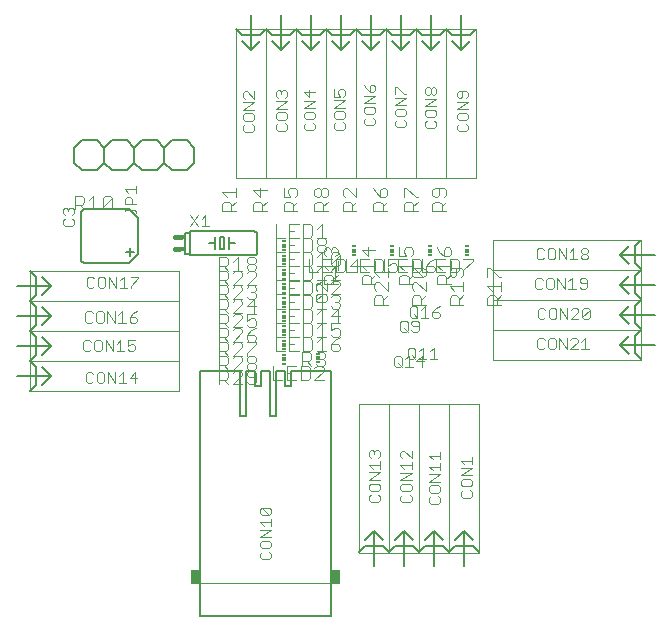
<source format=gbr>
G75*
G70*
%OFA0B0*%
%FSLAX24Y24*%
%IPPOS*%
%LPD*%
%AMOC8*
5,1,8,0,0,1.08239X$1,22.5*
%
%ADD10C,0.0030*%
%ADD11C,0.0039*%
%ADD12C,0.0050*%
%ADD13C,0.0060*%
%ADD14C,0.0040*%
%ADD15C,0.0080*%
%ADD16C,0.0020*%
%ADD17R,0.0350X0.0450*%
%ADD18R,0.0300X0.0450*%
%ADD19R,0.0230X0.0160*%
%ADD20C,0.0160*%
%ADD21R,0.0118X0.0059*%
%ADD22R,0.0118X0.0118*%
D10*
X008361Y002100D02*
X008423Y002038D01*
X008670Y002038D01*
X008732Y002100D01*
X008732Y002224D01*
X008670Y002285D01*
X008670Y002407D02*
X008732Y002468D01*
X008732Y002592D01*
X008670Y002654D01*
X008423Y002654D01*
X008361Y002592D01*
X008361Y002468D01*
X008423Y002407D01*
X008670Y002407D01*
X008423Y002285D02*
X008361Y002224D01*
X008361Y002100D01*
X008361Y002775D02*
X008732Y003022D01*
X008361Y003022D01*
X008485Y003143D02*
X008361Y003267D01*
X008732Y003267D01*
X008732Y003390D02*
X008732Y003143D01*
X008732Y002775D02*
X008361Y002775D01*
X008423Y003512D02*
X008361Y003573D01*
X008361Y003697D01*
X008423Y003758D01*
X008670Y003512D01*
X008732Y003573D01*
X008732Y003697D01*
X008670Y003758D01*
X008423Y003758D01*
X008423Y003512D02*
X008670Y003512D01*
X011985Y004006D02*
X012046Y003944D01*
X012293Y003944D01*
X012355Y004006D01*
X012355Y004129D01*
X012293Y004191D01*
X012293Y004312D02*
X012046Y004312D01*
X011985Y004374D01*
X011985Y004497D01*
X012046Y004559D01*
X012293Y004559D01*
X012355Y004497D01*
X012355Y004374D01*
X012293Y004312D01*
X012046Y004191D02*
X011985Y004129D01*
X011985Y004006D01*
X011985Y004681D02*
X012355Y004927D01*
X011985Y004927D01*
X012108Y005049D02*
X011985Y005172D01*
X012355Y005172D01*
X012355Y005049D02*
X012355Y005296D01*
X012293Y005417D02*
X012355Y005479D01*
X012355Y005602D01*
X012293Y005664D01*
X012231Y005664D01*
X012170Y005602D01*
X012170Y005541D01*
X012170Y005602D02*
X012108Y005664D01*
X012046Y005664D01*
X011985Y005602D01*
X011985Y005479D01*
X012046Y005417D01*
X013040Y005467D02*
X013101Y005405D01*
X013040Y005467D02*
X013040Y005591D01*
X013101Y005652D01*
X013163Y005652D01*
X013410Y005405D01*
X013410Y005652D01*
X013410Y005284D02*
X013410Y005037D01*
X013410Y004916D02*
X013040Y004916D01*
X013163Y005037D02*
X013040Y005161D01*
X013410Y005161D01*
X013410Y004916D02*
X013040Y004669D01*
X013410Y004669D01*
X013348Y004547D02*
X013101Y004547D01*
X013040Y004486D01*
X013040Y004362D01*
X013101Y004301D01*
X013348Y004301D01*
X013410Y004362D01*
X013410Y004486D01*
X013348Y004547D01*
X013348Y004179D02*
X013410Y004117D01*
X013410Y003994D01*
X013348Y003932D01*
X013101Y003932D01*
X013040Y003994D01*
X013040Y004117D01*
X013101Y004179D01*
X012355Y004681D02*
X011985Y004681D01*
X013992Y004626D02*
X014363Y004872D01*
X013992Y004872D01*
X014116Y004994D02*
X013992Y005117D01*
X014363Y005117D01*
X014363Y004994D02*
X014363Y005241D01*
X014363Y005362D02*
X014363Y005609D01*
X014363Y005486D02*
X013992Y005486D01*
X014116Y005362D01*
X015048Y005320D02*
X015418Y005320D01*
X015418Y005197D02*
X015418Y005444D01*
X015171Y005197D02*
X015048Y005320D01*
X015048Y005075D02*
X015418Y005075D01*
X015048Y004828D01*
X015418Y004828D01*
X015356Y004707D02*
X015109Y004707D01*
X015048Y004645D01*
X015048Y004522D01*
X015109Y004460D01*
X015356Y004460D01*
X015418Y004522D01*
X015418Y004645D01*
X015356Y004707D01*
X015356Y004339D02*
X015418Y004277D01*
X015418Y004154D01*
X015356Y004092D01*
X015109Y004092D01*
X015048Y004154D01*
X015048Y004277D01*
X015109Y004339D01*
X014363Y004319D02*
X014301Y004257D01*
X014054Y004257D01*
X013992Y004319D01*
X013992Y004442D01*
X014054Y004504D01*
X014301Y004504D01*
X014363Y004442D01*
X014363Y004319D01*
X014301Y004136D02*
X014363Y004074D01*
X014363Y003951D01*
X014301Y003889D01*
X014054Y003889D01*
X013992Y003951D01*
X013992Y004074D01*
X014054Y004136D01*
X013992Y004626D02*
X014363Y004626D01*
X013759Y008449D02*
X013759Y008819D01*
X013574Y008634D01*
X013821Y008634D01*
X013779Y008722D02*
X013779Y009092D01*
X013656Y008969D01*
X013534Y009031D02*
X013534Y008784D01*
X013473Y008722D01*
X013349Y008722D01*
X013287Y008784D01*
X013287Y009031D01*
X013349Y009092D01*
X013473Y009092D01*
X013534Y009031D01*
X013411Y008845D02*
X013534Y008722D01*
X013656Y008722D02*
X013903Y008722D01*
X014024Y008722D02*
X014271Y008722D01*
X014147Y008722D02*
X014147Y009092D01*
X014024Y008969D01*
X013329Y008819D02*
X013329Y008449D01*
X013206Y008449D02*
X013452Y008449D01*
X013206Y008696D02*
X013329Y008819D01*
X013084Y008757D02*
X013084Y008510D01*
X013022Y008449D01*
X012899Y008449D01*
X012837Y008510D01*
X012837Y008757D01*
X012899Y008819D01*
X013022Y008819D01*
X013084Y008757D01*
X012961Y008572D02*
X013084Y008449D01*
X013096Y009618D02*
X013034Y009680D01*
X013034Y009927D01*
X013096Y009988D01*
X013219Y009988D01*
X013281Y009927D01*
X013281Y009680D01*
X013219Y009618D01*
X013096Y009618D01*
X013157Y009741D02*
X013281Y009618D01*
X013402Y009680D02*
X013464Y009618D01*
X013588Y009618D01*
X013649Y009680D01*
X013649Y009927D01*
X013588Y009988D01*
X013464Y009988D01*
X013402Y009927D01*
X013402Y009865D01*
X013464Y009803D01*
X013649Y009803D01*
X013605Y010092D02*
X013482Y010215D01*
X013543Y010092D02*
X013420Y010092D01*
X013358Y010154D01*
X013358Y010401D01*
X013420Y010462D01*
X013543Y010462D01*
X013605Y010401D01*
X013605Y010154D01*
X013543Y010092D01*
X013727Y010092D02*
X013973Y010092D01*
X013850Y010092D02*
X013850Y010462D01*
X013727Y010339D01*
X014095Y010277D02*
X014095Y010154D01*
X014157Y010092D01*
X014280Y010092D01*
X014342Y010154D01*
X014342Y010215D01*
X014280Y010277D01*
X014095Y010277D01*
X014218Y010401D01*
X014342Y010462D01*
X017535Y011109D02*
X017597Y011048D01*
X017720Y011048D01*
X017782Y011109D01*
X017903Y011109D02*
X017965Y011048D01*
X018089Y011048D01*
X018150Y011109D01*
X018150Y011356D01*
X018089Y011418D01*
X017965Y011418D01*
X017903Y011356D01*
X017903Y011109D01*
X017782Y011356D02*
X017720Y011418D01*
X017597Y011418D01*
X017535Y011356D01*
X017535Y011109D01*
X018272Y011048D02*
X018272Y011418D01*
X018519Y011048D01*
X018519Y011418D01*
X018640Y011295D02*
X018764Y011418D01*
X018764Y011048D01*
X018887Y011048D02*
X018640Y011048D01*
X019008Y011109D02*
X019070Y011048D01*
X019194Y011048D01*
X019255Y011109D01*
X019255Y011356D01*
X019194Y011418D01*
X019070Y011418D01*
X019008Y011356D01*
X019008Y011295D01*
X019070Y011233D01*
X019255Y011233D01*
X019233Y012028D02*
X019109Y012028D01*
X019048Y012090D01*
X019048Y012151D01*
X019109Y012213D01*
X019233Y012213D01*
X019295Y012151D01*
X019295Y012090D01*
X019233Y012028D01*
X019233Y012213D02*
X019295Y012275D01*
X019295Y012337D01*
X019233Y012398D01*
X019109Y012398D01*
X019048Y012337D01*
X019048Y012275D01*
X019109Y012213D01*
X018926Y012028D02*
X018679Y012028D01*
X018558Y012028D02*
X018558Y012398D01*
X018679Y012275D02*
X018803Y012398D01*
X018803Y012028D01*
X018558Y012028D02*
X018311Y012398D01*
X018311Y012028D01*
X018190Y012090D02*
X018190Y012337D01*
X018128Y012398D01*
X018005Y012398D01*
X017943Y012337D01*
X017943Y012090D01*
X018005Y012028D01*
X018128Y012028D01*
X018190Y012090D01*
X017821Y012090D02*
X017760Y012028D01*
X017636Y012028D01*
X017575Y012090D01*
X017575Y012337D01*
X017636Y012398D01*
X017760Y012398D01*
X017821Y012337D01*
X017807Y010410D02*
X017683Y010410D01*
X017622Y010348D01*
X017622Y010102D01*
X017683Y010040D01*
X017807Y010040D01*
X017869Y010102D01*
X017990Y010102D02*
X017990Y010348D01*
X018052Y010410D01*
X018175Y010410D01*
X018237Y010348D01*
X018237Y010102D01*
X018175Y010040D01*
X018052Y010040D01*
X017990Y010102D01*
X017869Y010348D02*
X017807Y010410D01*
X018358Y010410D02*
X018358Y010040D01*
X018605Y010040D02*
X018605Y010410D01*
X018727Y010348D02*
X018788Y010410D01*
X018912Y010410D01*
X018974Y010348D01*
X018974Y010287D01*
X018727Y010040D01*
X018974Y010040D01*
X019095Y010102D02*
X019342Y010348D01*
X019342Y010102D01*
X019280Y010040D01*
X019157Y010040D01*
X019095Y010102D01*
X019095Y010348D01*
X019157Y010410D01*
X019280Y010410D01*
X019342Y010348D01*
X018605Y010040D02*
X018358Y010410D01*
X018335Y009410D02*
X018582Y009040D01*
X018582Y009410D01*
X018703Y009348D02*
X018765Y009410D01*
X018888Y009410D01*
X018950Y009348D01*
X018950Y009287D01*
X018703Y009040D01*
X018950Y009040D01*
X019071Y009040D02*
X019318Y009040D01*
X019195Y009040D02*
X019195Y009410D01*
X019071Y009287D01*
X018335Y009410D02*
X018335Y009040D01*
X018213Y009102D02*
X018213Y009348D01*
X018152Y009410D01*
X018028Y009410D01*
X017966Y009348D01*
X017966Y009102D01*
X018028Y009040D01*
X018152Y009040D01*
X018213Y009102D01*
X017845Y009102D02*
X017783Y009040D01*
X017660Y009040D01*
X017598Y009102D01*
X017598Y009348D01*
X017660Y009410D01*
X017783Y009410D01*
X017845Y009348D01*
X010580Y010676D02*
X010580Y010799D01*
X010519Y010861D01*
X010580Y010983D02*
X010334Y011229D01*
X010272Y011229D01*
X010210Y011168D01*
X010210Y011044D01*
X010272Y010983D01*
X010272Y010861D02*
X010210Y010799D01*
X010210Y010676D01*
X010272Y010614D01*
X010519Y010614D01*
X010580Y010676D01*
X010580Y010983D02*
X010580Y011229D01*
X004306Y011396D02*
X004060Y011149D01*
X004060Y011087D01*
X003938Y011087D02*
X003691Y011087D01*
X003570Y011087D02*
X003570Y011457D01*
X003691Y011334D02*
X003815Y011457D01*
X003815Y011087D01*
X003570Y011087D02*
X003323Y011457D01*
X003323Y011087D01*
X003201Y011149D02*
X003201Y011396D01*
X003140Y011457D01*
X003016Y011457D01*
X002955Y011396D01*
X002955Y011149D01*
X003016Y011087D01*
X003140Y011087D01*
X003201Y011149D01*
X002833Y011149D02*
X002771Y011087D01*
X002648Y011087D01*
X002586Y011149D01*
X002586Y011396D01*
X002648Y011457D01*
X002771Y011457D01*
X002833Y011396D01*
X004060Y011457D02*
X004306Y011457D01*
X004306Y011396D01*
X004255Y010294D02*
X004131Y010233D01*
X004008Y010109D01*
X004193Y010109D01*
X004255Y010047D01*
X004255Y009986D01*
X004193Y009924D01*
X004070Y009924D01*
X004008Y009986D01*
X004008Y010109D01*
X003886Y009924D02*
X003640Y009924D01*
X003518Y009924D02*
X003518Y010294D01*
X003640Y010171D02*
X003763Y010294D01*
X003763Y009924D01*
X003518Y009924D02*
X003271Y010294D01*
X003271Y009924D01*
X003150Y009986D02*
X003150Y010233D01*
X003088Y010294D01*
X002965Y010294D01*
X002903Y010233D01*
X002903Y009986D01*
X002965Y009924D01*
X003088Y009924D01*
X003150Y009986D01*
X002782Y009986D02*
X002720Y009924D01*
X002596Y009924D01*
X002535Y009986D01*
X002535Y010233D01*
X002596Y010294D01*
X002720Y010294D01*
X002782Y010233D01*
X002902Y009338D02*
X002840Y009276D01*
X002840Y009029D01*
X002902Y008967D01*
X003025Y008967D01*
X003087Y009029D01*
X003087Y009276D01*
X003025Y009338D01*
X002902Y009338D01*
X002719Y009276D02*
X002657Y009338D01*
X002533Y009338D01*
X002472Y009276D01*
X002472Y009029D01*
X002533Y008967D01*
X002657Y008967D01*
X002719Y009029D01*
X003208Y008967D02*
X003208Y009338D01*
X003455Y008967D01*
X003455Y009338D01*
X003577Y009214D02*
X003700Y009338D01*
X003700Y008967D01*
X003577Y008967D02*
X003824Y008967D01*
X003945Y009029D02*
X004007Y008967D01*
X004130Y008967D01*
X004192Y009029D01*
X004192Y009152D01*
X004130Y009214D01*
X004068Y009214D01*
X003945Y009152D01*
X003945Y009338D01*
X004192Y009338D01*
X004205Y008279D02*
X004020Y008093D01*
X004267Y008093D01*
X004205Y007908D02*
X004205Y008279D01*
X003775Y008279D02*
X003775Y007908D01*
X003898Y007908D02*
X003651Y007908D01*
X003530Y007908D02*
X003530Y008279D01*
X003651Y008155D02*
X003775Y008279D01*
X003530Y007908D02*
X003283Y008279D01*
X003283Y007908D01*
X003162Y007970D02*
X003162Y008217D01*
X003100Y008279D01*
X002977Y008279D01*
X002915Y008217D01*
X002915Y007970D01*
X002977Y007908D01*
X003100Y007908D01*
X003162Y007970D01*
X002793Y007970D02*
X002732Y007908D01*
X002608Y007908D01*
X002547Y007970D01*
X002547Y008217D01*
X002608Y008279D01*
X002732Y008279D01*
X002793Y008217D01*
X007860Y016287D02*
X008106Y016287D01*
X008168Y016349D01*
X008168Y016472D01*
X008106Y016534D01*
X008106Y016655D02*
X008168Y016717D01*
X008168Y016840D01*
X008106Y016902D01*
X007860Y016902D01*
X007798Y016840D01*
X007798Y016717D01*
X007860Y016655D01*
X008106Y016655D01*
X007860Y016534D02*
X007798Y016472D01*
X007798Y016349D01*
X007860Y016287D01*
X007798Y017024D02*
X008168Y017270D01*
X007798Y017270D01*
X007860Y017392D02*
X007798Y017454D01*
X007798Y017577D01*
X007860Y017639D01*
X007921Y017639D01*
X008168Y017392D01*
X008168Y017639D01*
X008168Y017024D02*
X007798Y017024D01*
X008888Y017055D02*
X009259Y017302D01*
X008888Y017302D01*
X008950Y017423D02*
X008888Y017485D01*
X008888Y017609D01*
X008950Y017670D01*
X009012Y017670D01*
X009074Y017609D01*
X009135Y017670D01*
X009197Y017670D01*
X009259Y017609D01*
X009259Y017485D01*
X009197Y017423D01*
X009074Y017547D02*
X009074Y017609D01*
X009259Y017055D02*
X008888Y017055D01*
X008950Y016934D02*
X008888Y016872D01*
X008888Y016748D01*
X008950Y016687D01*
X009197Y016687D01*
X009259Y016748D01*
X009259Y016872D01*
X009197Y016934D01*
X008950Y016934D01*
X008950Y016565D02*
X008888Y016504D01*
X008888Y016380D01*
X008950Y016318D01*
X009197Y016318D01*
X009259Y016380D01*
X009259Y016504D01*
X009197Y016565D01*
X009821Y016519D02*
X009821Y016396D01*
X009883Y016334D01*
X010130Y016334D01*
X010192Y016396D01*
X010192Y016519D01*
X010130Y016581D01*
X010130Y016703D02*
X010192Y016764D01*
X010192Y016888D01*
X010130Y016949D01*
X009883Y016949D01*
X009821Y016888D01*
X009821Y016764D01*
X009883Y016703D01*
X010130Y016703D01*
X009883Y016581D02*
X009821Y016519D01*
X009821Y017071D02*
X010192Y017318D01*
X009821Y017318D01*
X010007Y017439D02*
X010007Y017686D01*
X010192Y017624D02*
X009821Y017624D01*
X010007Y017439D01*
X010192Y017071D02*
X009821Y017071D01*
X010829Y017091D02*
X011200Y017337D01*
X010829Y017337D01*
X010829Y017459D02*
X011014Y017459D01*
X010953Y017582D01*
X010953Y017644D01*
X011014Y017706D01*
X011138Y017706D01*
X011200Y017644D01*
X011200Y017521D01*
X011138Y017459D01*
X010829Y017459D02*
X010829Y017706D01*
X010829Y017091D02*
X011200Y017091D01*
X011138Y016969D02*
X010891Y016969D01*
X010829Y016907D01*
X010829Y016784D01*
X010891Y016722D01*
X011138Y016722D01*
X011200Y016784D01*
X011200Y016907D01*
X011138Y016969D01*
X011138Y016601D02*
X011200Y016539D01*
X011200Y016416D01*
X011138Y016354D01*
X010891Y016354D01*
X010829Y016416D01*
X010829Y016539D01*
X010891Y016601D01*
X011825Y016569D02*
X011887Y016507D01*
X012134Y016507D01*
X012196Y016569D01*
X012196Y016693D01*
X012134Y016754D01*
X012134Y016876D02*
X012196Y016937D01*
X012196Y017061D01*
X012134Y017123D01*
X011887Y017123D01*
X011825Y017061D01*
X011825Y016937D01*
X011887Y016876D01*
X012134Y016876D01*
X011887Y016754D02*
X011825Y016693D01*
X011825Y016569D01*
X011825Y017244D02*
X012196Y017491D01*
X011825Y017491D01*
X012011Y017612D02*
X011887Y017736D01*
X011825Y017859D01*
X012011Y017798D02*
X012011Y017612D01*
X012134Y017612D01*
X012196Y017674D01*
X012196Y017798D01*
X012134Y017859D01*
X012072Y017859D01*
X012011Y017798D01*
X012853Y017788D02*
X012853Y017541D01*
X012853Y017420D02*
X013223Y017420D01*
X012853Y017173D01*
X013223Y017173D01*
X013162Y017052D02*
X012915Y017052D01*
X012853Y016990D01*
X012853Y016867D01*
X012915Y016805D01*
X013162Y016805D01*
X013223Y016867D01*
X013223Y016990D01*
X013162Y017052D01*
X013162Y016683D02*
X013223Y016622D01*
X013223Y016498D01*
X013162Y016437D01*
X012915Y016437D01*
X012853Y016498D01*
X012853Y016622D01*
X012915Y016683D01*
X012196Y017244D02*
X011825Y017244D01*
X012853Y017788D02*
X012915Y017788D01*
X013162Y017541D01*
X013223Y017541D01*
X013865Y017576D02*
X013865Y017699D01*
X013926Y017761D01*
X013988Y017761D01*
X014050Y017699D01*
X014050Y017576D01*
X013988Y017514D01*
X013926Y017514D01*
X013865Y017576D01*
X013865Y017392D02*
X014235Y017392D01*
X013865Y017146D01*
X014235Y017146D01*
X014173Y017024D02*
X013926Y017024D01*
X013865Y016962D01*
X013865Y016839D01*
X013926Y016777D01*
X014173Y016777D01*
X014235Y016839D01*
X014235Y016962D01*
X014173Y017024D01*
X014173Y016656D02*
X014235Y016594D01*
X014235Y016471D01*
X014173Y016409D01*
X013926Y016409D01*
X013865Y016471D01*
X013865Y016594D01*
X013926Y016656D01*
X014920Y016729D02*
X014982Y016667D01*
X015229Y016667D01*
X015290Y016729D01*
X015290Y016852D01*
X015229Y016914D01*
X014982Y016914D01*
X014920Y016852D01*
X014920Y016729D01*
X014982Y016546D02*
X014920Y016484D01*
X014920Y016360D01*
X014982Y016299D01*
X015229Y016299D01*
X015290Y016360D01*
X015290Y016484D01*
X015229Y016546D01*
X015290Y017035D02*
X014920Y017035D01*
X015290Y017282D01*
X014920Y017282D01*
X014982Y017404D02*
X015043Y017404D01*
X015105Y017465D01*
X015105Y017651D01*
X014982Y017651D02*
X014920Y017589D01*
X014920Y017465D01*
X014982Y017404D01*
X015229Y017404D02*
X015290Y017465D01*
X015290Y017589D01*
X015229Y017651D01*
X014982Y017651D01*
X014235Y017699D02*
X014235Y017576D01*
X014173Y017514D01*
X014112Y017514D01*
X014050Y017576D01*
X014050Y017699D02*
X014112Y017761D01*
X014173Y017761D01*
X014235Y017699D01*
D11*
X014567Y019718D02*
X013567Y019718D01*
X013567Y014757D01*
X014567Y014757D01*
X014567Y019718D01*
X015567Y019718D01*
X015567Y014757D01*
X014567Y014757D01*
X014567Y019718D01*
X013567Y019718D02*
X013567Y014757D01*
X012567Y014757D01*
X012567Y019718D01*
X013567Y019718D01*
X012567Y019718D02*
X012567Y014757D01*
X011567Y014757D01*
X011567Y019718D01*
X012567Y019718D01*
X011567Y019718D02*
X011567Y014757D01*
X010567Y014757D01*
X010567Y019718D01*
X011567Y019718D01*
X010567Y019718D02*
X010567Y014757D01*
X009567Y014757D01*
X009567Y019718D01*
X010567Y019718D01*
X009567Y019718D02*
X009567Y014757D01*
X008567Y014757D01*
X008567Y019718D01*
X009567Y019718D01*
X008567Y019718D02*
X008567Y014757D01*
X007567Y014757D01*
X007567Y019718D01*
X008567Y019718D01*
X016108Y012692D02*
X021068Y012692D01*
X021068Y011692D01*
X021068Y010692D01*
X021068Y009692D01*
X021068Y008692D01*
X016108Y008692D01*
X016108Y009692D01*
X021068Y009692D01*
X016108Y009692D01*
X016108Y010692D01*
X021068Y010692D01*
X016108Y010692D01*
X016108Y011692D01*
X021068Y011692D01*
X016108Y011692D01*
X016108Y012692D01*
X015657Y007214D02*
X014657Y007214D01*
X014657Y002254D01*
X013657Y002254D01*
X012657Y002254D01*
X011657Y002254D01*
X011657Y007214D01*
X012657Y007214D01*
X012657Y002254D01*
X012657Y007214D01*
X013657Y007214D01*
X013657Y002254D01*
X013657Y007214D01*
X014657Y007214D01*
X014657Y002254D01*
X015657Y002254D01*
X015657Y007214D01*
X005652Y007646D02*
X000691Y007646D01*
X000691Y008646D01*
X000691Y009646D01*
X000691Y010646D01*
X000691Y011646D01*
X005652Y011646D01*
X005652Y010646D01*
X000691Y010646D01*
X005652Y010646D01*
X005652Y009646D01*
X000691Y009646D01*
X005652Y009646D01*
X005652Y008646D01*
X000691Y008646D01*
X005652Y008646D01*
X005652Y007646D01*
D12*
X001399Y008150D02*
X001099Y007850D01*
X000899Y007850D02*
X000699Y007650D01*
X000899Y007850D02*
X000899Y008440D01*
X000699Y008640D01*
X000699Y008650D02*
X000899Y008850D01*
X000899Y009440D01*
X000699Y009640D01*
X000699Y009650D02*
X000899Y009850D01*
X000899Y010440D01*
X000699Y010640D01*
X000699Y010650D02*
X000899Y010850D01*
X000899Y011440D01*
X000699Y011640D01*
X001099Y011450D02*
X001399Y011150D01*
X001099Y010850D01*
X001399Y011150D02*
X000249Y011150D01*
X001099Y010450D02*
X001399Y010150D01*
X001099Y009850D01*
X001399Y010150D02*
X000249Y010150D01*
X001099Y009450D02*
X001399Y009150D01*
X001099Y008850D01*
X001399Y009150D02*
X000249Y009150D01*
X001099Y008450D02*
X001399Y008150D01*
X000249Y008150D01*
X011852Y002662D02*
X012152Y002962D01*
X012452Y002662D01*
X012452Y002462D02*
X011862Y002462D01*
X011662Y002262D01*
X012452Y002462D02*
X012652Y002262D01*
X012662Y002262D02*
X012862Y002462D01*
X013452Y002462D01*
X013652Y002262D01*
X013662Y002262D02*
X013862Y002462D01*
X014452Y002462D01*
X014652Y002262D01*
X014662Y002262D02*
X014862Y002462D01*
X015452Y002462D01*
X015652Y002262D01*
X015452Y002662D02*
X015152Y002962D01*
X014852Y002662D01*
X015152Y002962D02*
X015152Y001812D01*
X014152Y001812D02*
X014152Y002962D01*
X014452Y002662D01*
X014152Y002962D02*
X013852Y002662D01*
X013452Y002662D02*
X013152Y002962D01*
X012852Y002662D01*
X013152Y002962D02*
X013152Y001812D01*
X012152Y001812D02*
X012152Y002962D01*
X020860Y008897D02*
X021060Y008697D01*
X020860Y008897D02*
X020860Y009487D01*
X021060Y009687D01*
X021060Y009697D02*
X020860Y009897D01*
X020860Y010487D01*
X021060Y010687D01*
X021060Y010697D02*
X020860Y010897D01*
X020860Y011487D01*
X021060Y011687D01*
X021060Y011697D02*
X020860Y011897D01*
X020860Y012487D01*
X021060Y012687D01*
X020660Y012487D02*
X020360Y012187D01*
X020660Y011887D01*
X020360Y012187D02*
X021510Y012187D01*
X020660Y011487D02*
X020360Y011187D01*
X020660Y010887D01*
X020360Y011187D02*
X021510Y011187D01*
X020660Y010487D02*
X020360Y010187D01*
X020660Y009887D01*
X020360Y010187D02*
X021510Y010187D01*
X020660Y009487D02*
X020360Y009187D01*
X020660Y008887D01*
X020360Y009187D02*
X021510Y009187D01*
X015072Y019010D02*
X014772Y019310D01*
X014772Y019510D02*
X015362Y019510D01*
X015562Y019710D01*
X015372Y019310D02*
X015072Y019010D01*
X015072Y020160D01*
X014572Y019710D02*
X014772Y019510D01*
X014562Y019710D02*
X014362Y019510D01*
X013772Y019510D01*
X013572Y019710D01*
X013562Y019710D02*
X013362Y019510D01*
X012772Y019510D01*
X012572Y019710D01*
X012562Y019710D02*
X012362Y019510D01*
X011772Y019510D01*
X011572Y019710D01*
X011562Y019710D02*
X011362Y019510D01*
X010772Y019510D01*
X010572Y019710D01*
X010562Y019710D02*
X010362Y019510D01*
X009772Y019510D01*
X009572Y019710D01*
X009562Y019710D02*
X009362Y019510D01*
X008772Y019510D01*
X008572Y019710D01*
X008562Y019710D02*
X008362Y019510D01*
X007772Y019510D01*
X007572Y019710D01*
X007772Y019310D02*
X008072Y019010D01*
X008372Y019310D01*
X008772Y019310D02*
X009072Y019010D01*
X009372Y019310D01*
X009072Y019010D02*
X009072Y020160D01*
X010072Y020160D02*
X010072Y019010D01*
X009772Y019310D01*
X010072Y019010D02*
X010372Y019310D01*
X010772Y019310D02*
X011072Y019010D01*
X011372Y019310D01*
X011772Y019310D02*
X012072Y019010D01*
X012372Y019310D01*
X012772Y019310D02*
X013072Y019010D01*
X013372Y019310D01*
X013772Y019310D02*
X014072Y019010D01*
X014372Y019310D01*
X014072Y019010D02*
X014072Y020160D01*
X013072Y020160D02*
X013072Y019010D01*
X012072Y019010D02*
X012072Y020160D01*
X011072Y020160D02*
X011072Y019010D01*
X008072Y019010D02*
X008072Y020160D01*
D13*
X005914Y016008D02*
X005414Y016008D01*
X005164Y015758D01*
X005164Y015258D01*
X005414Y015008D01*
X005914Y015008D01*
X006164Y015258D01*
X006164Y015758D01*
X005914Y016008D01*
X005164Y015758D02*
X004914Y016008D01*
X004414Y016008D01*
X004164Y015758D01*
X004164Y015258D01*
X003914Y015008D01*
X003414Y015008D01*
X003164Y015258D01*
X002914Y015008D01*
X002414Y015008D01*
X002164Y015258D01*
X002164Y015758D01*
X002414Y016008D01*
X002914Y016008D01*
X003164Y015758D01*
X003414Y016008D01*
X003914Y016008D01*
X004164Y015758D01*
X004164Y015258D02*
X004414Y015008D01*
X004914Y015008D01*
X005164Y015258D01*
X003164Y015258D02*
X003164Y015758D01*
X002531Y013711D02*
X003981Y013711D01*
X004281Y013411D01*
X004281Y012211D01*
X003981Y011911D01*
X002531Y011911D01*
X002508Y011913D01*
X002485Y011918D01*
X002463Y011927D01*
X002443Y011940D01*
X002425Y011955D01*
X002410Y011973D01*
X002397Y011993D01*
X002388Y012015D01*
X002383Y012038D01*
X002381Y012061D01*
X002381Y013561D01*
X002383Y013584D01*
X002388Y013607D01*
X002397Y013629D01*
X002410Y013649D01*
X002425Y013667D01*
X002443Y013682D01*
X002463Y013695D01*
X002485Y013704D01*
X002508Y013709D01*
X002531Y013711D01*
X003901Y012271D02*
X004161Y012271D01*
X004031Y012151D02*
X004031Y012401D01*
X005869Y012216D02*
X006019Y012216D01*
X006019Y012916D01*
X006019Y012966D01*
X008169Y012966D01*
X008189Y012964D01*
X008207Y012958D01*
X008225Y012949D01*
X008240Y012937D01*
X008252Y012922D01*
X008261Y012904D01*
X008267Y012886D01*
X008269Y012866D01*
X008269Y012266D01*
X008267Y012246D01*
X008261Y012228D01*
X008252Y012210D01*
X008240Y012195D01*
X008225Y012183D01*
X008207Y012174D01*
X008189Y012168D01*
X008169Y012166D01*
X006019Y012166D01*
X006019Y012216D01*
X005869Y012216D02*
X005869Y012916D01*
X006019Y012916D01*
X006669Y012566D02*
X006869Y012566D01*
X006869Y012366D01*
X007019Y012366D02*
X007169Y012366D01*
X007169Y012766D01*
X007019Y012766D01*
X007019Y012366D01*
X006869Y012566D02*
X006869Y012766D01*
X007319Y012766D02*
X007319Y012566D01*
X007319Y012366D01*
X007319Y012566D02*
X007519Y012566D01*
D14*
X007608Y012112D02*
X007608Y011652D01*
X007532Y011640D02*
X007685Y011640D01*
X007762Y011563D01*
X007762Y011486D01*
X007455Y011179D01*
X007762Y011179D01*
X007685Y011167D02*
X007532Y011167D01*
X007455Y011091D01*
X007301Y011091D02*
X007301Y010937D01*
X007225Y010860D01*
X006995Y010860D01*
X007148Y010860D02*
X007301Y010707D01*
X007225Y010695D02*
X007301Y010618D01*
X007301Y010465D01*
X007225Y010388D01*
X006995Y010388D01*
X007148Y010388D02*
X007301Y010235D01*
X007225Y010222D02*
X007301Y010146D01*
X007301Y009992D01*
X007225Y009916D01*
X006995Y009916D01*
X007148Y009916D02*
X007301Y009762D01*
X007225Y009750D02*
X007301Y009673D01*
X007301Y009520D01*
X007225Y009443D01*
X006995Y009443D01*
X007148Y009443D02*
X007301Y009290D01*
X007225Y009278D02*
X007301Y009201D01*
X007301Y009047D01*
X007225Y008971D01*
X006995Y008971D01*
X007148Y008971D02*
X007301Y008817D01*
X007225Y008805D02*
X007301Y008728D01*
X007301Y008575D01*
X007225Y008498D01*
X006995Y008498D01*
X007148Y008498D02*
X007301Y008345D01*
X007225Y008333D02*
X007301Y008256D01*
X007301Y008103D01*
X007225Y008026D01*
X006995Y008026D01*
X007148Y008026D02*
X007301Y007872D01*
X007455Y007872D02*
X007762Y008179D01*
X007762Y008256D01*
X007685Y008333D01*
X007532Y008333D01*
X007455Y008256D01*
X007455Y008345D02*
X007762Y008652D01*
X007762Y008728D01*
X007685Y008805D01*
X007532Y008805D01*
X007455Y008728D01*
X007455Y008817D02*
X007762Y009124D01*
X007762Y009201D01*
X007685Y009278D01*
X007532Y009278D01*
X007455Y009201D01*
X007455Y009290D02*
X007762Y009597D01*
X007762Y009673D01*
X007685Y009750D01*
X007532Y009750D01*
X007455Y009673D01*
X007455Y009762D02*
X007762Y010069D01*
X007762Y010146D01*
X007685Y010222D01*
X007532Y010222D01*
X007455Y010146D01*
X007455Y010235D02*
X007762Y010541D01*
X007762Y010618D01*
X007685Y010695D01*
X007532Y010695D01*
X007455Y010618D01*
X007455Y010707D02*
X007762Y011014D01*
X007762Y011091D01*
X007685Y011167D01*
X007915Y011179D02*
X008222Y011486D01*
X008222Y011563D01*
X008145Y011640D01*
X007992Y011640D01*
X007915Y011563D01*
X007992Y011652D02*
X007915Y011729D01*
X007915Y011805D01*
X007992Y011882D01*
X008145Y011882D01*
X008222Y011805D01*
X008222Y011729D01*
X008145Y011652D01*
X007992Y011652D01*
X007992Y011882D02*
X007915Y011959D01*
X007915Y012036D01*
X007992Y012112D01*
X008145Y012112D01*
X008222Y012036D01*
X008222Y011959D01*
X008145Y011882D01*
X007762Y011652D02*
X007455Y011652D01*
X007532Y011640D02*
X007455Y011563D01*
X007301Y011563D02*
X007301Y011410D01*
X007225Y011333D01*
X006995Y011333D01*
X007148Y011333D02*
X007301Y011179D01*
X007225Y011167D02*
X007301Y011091D01*
X007225Y011167D02*
X006995Y011167D01*
X006995Y010707D01*
X006995Y010695D02*
X007225Y010695D01*
X007455Y010707D02*
X007762Y010707D01*
X007915Y010784D02*
X007992Y010707D01*
X008145Y010707D01*
X008222Y010784D01*
X008222Y010860D01*
X008145Y010937D01*
X008069Y010937D01*
X008145Y010937D02*
X008222Y011014D01*
X008222Y011091D01*
X008145Y011167D01*
X007992Y011167D01*
X007915Y011091D01*
X007915Y011179D02*
X008222Y011179D01*
X008145Y010695D02*
X007915Y010465D01*
X008222Y010465D01*
X008145Y010235D02*
X008145Y010695D01*
X008222Y010222D02*
X007915Y010222D01*
X007915Y009992D01*
X008069Y010069D01*
X008145Y010069D01*
X008222Y009992D01*
X008222Y009839D01*
X008145Y009762D01*
X007992Y009762D01*
X007915Y009839D01*
X007762Y009762D02*
X007455Y009762D01*
X007225Y009750D02*
X006995Y009750D01*
X006995Y009290D01*
X006995Y009278D02*
X007225Y009278D01*
X007455Y009290D02*
X007762Y009290D01*
X007915Y009278D02*
X008222Y009278D01*
X008222Y009201D01*
X007915Y008894D01*
X007915Y008817D01*
X007992Y008805D02*
X008145Y008805D01*
X008222Y008728D01*
X008222Y008652D01*
X008145Y008575D01*
X007992Y008575D01*
X007915Y008652D01*
X007915Y008728D01*
X007992Y008805D01*
X007992Y008575D02*
X007915Y008498D01*
X007915Y008421D01*
X007992Y008345D01*
X008145Y008345D01*
X008222Y008421D01*
X008222Y008498D01*
X008145Y008575D01*
X007762Y008817D02*
X007455Y008817D01*
X007225Y008805D02*
X006995Y008805D01*
X006995Y008345D01*
X006995Y008333D02*
X007225Y008333D01*
X007455Y008345D02*
X007762Y008345D01*
X007915Y008256D02*
X007915Y008179D01*
X007992Y008103D01*
X008222Y008103D01*
X008222Y008256D02*
X008145Y008333D01*
X007992Y008333D01*
X007915Y008256D01*
X008222Y008256D02*
X008222Y007949D01*
X008145Y007872D01*
X007992Y007872D01*
X007915Y007949D01*
X007762Y007872D02*
X007455Y007872D01*
X006995Y007872D02*
X006995Y008333D01*
X006995Y008817D02*
X006995Y009278D01*
X006995Y009762D02*
X006995Y010222D01*
X007225Y010222D01*
X007455Y010235D02*
X007762Y010235D01*
X006995Y010235D02*
X006995Y010695D01*
X006995Y011179D02*
X006995Y011640D01*
X007225Y011640D01*
X007301Y011563D01*
X007301Y011652D02*
X007148Y011805D01*
X007225Y011805D02*
X006995Y011805D01*
X006995Y011652D02*
X006995Y012112D01*
X007225Y012112D01*
X007301Y012036D01*
X007301Y011882D01*
X007225Y011805D01*
X007455Y011959D02*
X007608Y012112D01*
X008878Y012267D02*
X008878Y011807D01*
X009185Y011807D01*
X009338Y011807D02*
X009645Y011807D01*
X009645Y011795D02*
X009338Y011795D01*
X009338Y011335D01*
X009645Y011335D01*
X009645Y011322D02*
X009338Y011322D01*
X009338Y010862D01*
X009645Y010862D01*
X009645Y010850D02*
X009338Y010850D01*
X009338Y010390D01*
X009645Y010390D01*
X009645Y010378D02*
X009338Y010378D01*
X009338Y009917D01*
X009645Y009917D01*
X009645Y009905D02*
X009338Y009905D01*
X009338Y009445D01*
X009645Y009445D01*
X009645Y009433D02*
X009338Y009433D01*
X009338Y008972D01*
X009645Y008972D01*
X009758Y008943D02*
X009988Y008943D01*
X010065Y008866D01*
X010065Y008713D01*
X009988Y008636D01*
X009758Y008636D01*
X009758Y008483D02*
X009758Y008943D01*
X009799Y008972D02*
X010029Y008972D01*
X010106Y009049D01*
X010106Y009356D01*
X010029Y009433D01*
X009799Y009433D01*
X009799Y008972D01*
X009911Y008636D02*
X010065Y008483D01*
X010020Y008399D02*
X009943Y008476D01*
X009713Y008476D01*
X009713Y008016D01*
X009943Y008016D01*
X010020Y008092D01*
X010020Y008399D01*
X010173Y008399D02*
X010250Y008476D01*
X010404Y008476D01*
X010480Y008399D01*
X010480Y008323D01*
X010173Y008016D01*
X010480Y008016D01*
X010449Y008483D02*
X010295Y008483D01*
X010218Y008559D01*
X010372Y008713D02*
X010449Y008713D01*
X010525Y008636D01*
X010525Y008559D01*
X010449Y008483D01*
X010449Y008713D02*
X010525Y008789D01*
X010525Y008866D01*
X010449Y008943D01*
X010295Y008943D01*
X010218Y008866D01*
X010259Y008972D02*
X010566Y008972D01*
X010413Y008972D02*
X010413Y009433D01*
X010259Y009279D01*
X010259Y009445D02*
X010566Y009445D01*
X010413Y009445D02*
X010413Y009905D01*
X010259Y009752D01*
X010259Y009917D02*
X010566Y009917D01*
X010413Y009917D02*
X010413Y010378D01*
X010259Y010224D01*
X010259Y010390D02*
X010566Y010390D01*
X010413Y010390D02*
X010413Y010850D01*
X010259Y010697D01*
X010259Y010862D02*
X010566Y010862D01*
X010413Y010862D02*
X010413Y011322D01*
X010259Y011169D01*
X010259Y011335D02*
X010566Y011335D01*
X010482Y011437D02*
X010482Y011207D01*
X010943Y011207D01*
X011026Y011169D02*
X011026Y011246D01*
X010950Y011322D01*
X010796Y011322D01*
X010719Y011246D01*
X010789Y011207D02*
X010789Y011437D01*
X010713Y011514D01*
X010559Y011514D01*
X010482Y011437D01*
X010413Y011335D02*
X010413Y011795D01*
X010259Y011641D01*
X010284Y011594D02*
X009977Y011594D01*
X009977Y012055D01*
X010106Y012191D02*
X010029Y012267D01*
X009799Y012267D01*
X009799Y011807D01*
X010029Y011807D01*
X010106Y011884D01*
X010106Y012191D01*
X010029Y012279D02*
X010106Y012356D01*
X010106Y012663D01*
X010029Y012740D01*
X009799Y012740D01*
X009799Y012279D01*
X010029Y012279D01*
X010259Y012356D02*
X010259Y012433D01*
X010336Y012510D01*
X010489Y012510D01*
X010566Y012433D01*
X010566Y012356D01*
X010489Y012279D01*
X010336Y012279D01*
X010259Y012356D01*
X010336Y012510D02*
X010259Y012586D01*
X010259Y012663D01*
X010336Y012740D01*
X010489Y012740D01*
X010566Y012663D01*
X010566Y012586D01*
X010489Y012510D01*
X010559Y012435D02*
X010636Y012435D01*
X010713Y012358D01*
X010789Y012435D01*
X010866Y012435D01*
X010943Y012358D01*
X010943Y012204D01*
X010866Y012128D01*
X010898Y012055D02*
X011128Y012055D01*
X011205Y011978D01*
X011205Y011671D01*
X011128Y011594D01*
X010898Y011594D01*
X010898Y012055D01*
X010943Y011974D02*
X010943Y011667D01*
X010950Y011807D02*
X010796Y011807D01*
X010719Y011884D01*
X011026Y012191D01*
X011026Y011884D01*
X010950Y011807D01*
X010943Y011821D02*
X010482Y011821D01*
X010636Y011667D01*
X010719Y011641D02*
X010873Y011795D01*
X010873Y011335D01*
X010789Y011360D02*
X010943Y011514D01*
X011026Y011335D02*
X010719Y011335D01*
X010745Y011594D02*
X010438Y011594D01*
X010438Y012055D01*
X010745Y012055D01*
X010719Y012191D02*
X010796Y012267D01*
X010950Y012267D01*
X011026Y012191D01*
X011237Y012055D02*
X011237Y011594D01*
X011544Y011594D01*
X011589Y011594D02*
X011589Y012055D01*
X011359Y011825D01*
X011665Y011825D01*
X011698Y011825D02*
X011851Y011825D01*
X011742Y011821D02*
X012203Y011821D01*
X012203Y011974D02*
X012203Y011667D01*
X012155Y011600D02*
X012615Y011600D01*
X012618Y011671D02*
X012695Y011594D01*
X012849Y011594D01*
X012925Y011671D01*
X012925Y011825D01*
X012849Y011901D01*
X012772Y011901D01*
X012618Y011825D01*
X012618Y012055D01*
X012925Y012055D01*
X012957Y012055D02*
X012957Y011594D01*
X013264Y011594D01*
X013232Y011514D02*
X013309Y011437D01*
X013309Y011207D01*
X013415Y011216D02*
X013415Y011063D01*
X013491Y010986D01*
X013491Y010833D02*
X013645Y010833D01*
X013722Y010756D01*
X013722Y010526D01*
X013875Y010526D02*
X013415Y010526D01*
X013415Y010756D01*
X013491Y010833D01*
X013722Y010679D02*
X013875Y010833D01*
X013875Y010986D02*
X013568Y011293D01*
X013491Y011293D01*
X013415Y011216D01*
X013462Y011207D02*
X013002Y011207D01*
X013002Y011437D01*
X013079Y011514D01*
X013232Y011514D01*
X013156Y011667D02*
X013002Y011821D01*
X013462Y011821D01*
X013491Y011753D02*
X013798Y011447D01*
X013875Y011523D01*
X013875Y011677D01*
X013798Y011753D01*
X013491Y011753D01*
X013415Y011677D01*
X013415Y011523D01*
X013491Y011447D01*
X013798Y011447D01*
X013757Y011594D02*
X014064Y011594D01*
X014108Y011594D02*
X014185Y011671D01*
X014185Y011748D01*
X014108Y011825D01*
X013878Y011825D01*
X013878Y011671D01*
X013955Y011594D01*
X014108Y011594D01*
X014217Y011594D02*
X014524Y011594D01*
X014492Y011514D02*
X014569Y011437D01*
X014569Y011207D01*
X014675Y011140D02*
X015135Y011140D01*
X015135Y011293D02*
X015135Y010986D01*
X015135Y010833D02*
X014981Y010679D01*
X014981Y010756D02*
X014981Y010526D01*
X015135Y010526D02*
X014675Y010526D01*
X014675Y010756D01*
X014751Y010833D01*
X014905Y010833D01*
X014981Y010756D01*
X014828Y010986D02*
X014675Y011140D01*
X014722Y011207D02*
X014262Y011207D01*
X014262Y011437D01*
X014339Y011514D01*
X014492Y011514D01*
X014415Y011667D02*
X014262Y011821D01*
X014722Y011821D01*
X014751Y011753D02*
X014675Y011677D01*
X014675Y011523D01*
X014751Y011447D01*
X014828Y011447D01*
X014905Y011523D01*
X014905Y011753D01*
X014985Y011671D02*
X014985Y011978D01*
X014908Y012055D01*
X014678Y012055D01*
X014678Y011594D01*
X014908Y011594D01*
X014985Y011671D01*
X015058Y011753D02*
X014751Y011753D01*
X014722Y011667D02*
X014722Y011974D01*
X014646Y012128D02*
X014492Y012128D01*
X014492Y012358D01*
X014569Y012435D01*
X014646Y012435D01*
X014722Y012358D01*
X014722Y012204D01*
X014646Y012128D01*
X014524Y012055D02*
X014217Y012055D01*
X014217Y011594D01*
X014217Y011825D02*
X014371Y011825D01*
X014185Y012055D02*
X014032Y011978D01*
X013878Y011825D01*
X013725Y011978D02*
X013648Y012055D01*
X013418Y012055D01*
X013418Y011594D01*
X013648Y011594D01*
X013725Y011671D01*
X013725Y011978D01*
X013757Y012055D02*
X013757Y011594D01*
X013462Y011667D02*
X013462Y011974D01*
X013386Y012128D02*
X013462Y012204D01*
X013462Y012358D01*
X013386Y012435D01*
X013232Y012435D01*
X013156Y012358D01*
X013156Y012281D01*
X013232Y012128D01*
X013002Y012128D01*
X013002Y012435D01*
X012957Y012055D02*
X013264Y012055D01*
X013111Y011825D02*
X012957Y011825D01*
X012804Y011594D02*
X012497Y011594D01*
X012497Y012055D01*
X012465Y011978D02*
X012388Y012055D01*
X012158Y012055D01*
X012158Y011594D01*
X012388Y011594D01*
X012465Y011671D01*
X012465Y011978D01*
X012615Y011753D02*
X012615Y011447D01*
X012615Y011293D02*
X012615Y010986D01*
X012308Y011293D01*
X012232Y011293D01*
X012155Y011216D01*
X012155Y011063D01*
X012232Y010986D01*
X012232Y010833D02*
X012385Y010833D01*
X012462Y010756D01*
X012462Y010526D01*
X012615Y010526D02*
X012155Y010526D01*
X012155Y010756D01*
X012232Y010833D01*
X012462Y010679D02*
X012615Y010833D01*
X012203Y011207D02*
X011742Y011207D01*
X011742Y011437D01*
X011819Y011514D01*
X011972Y011514D01*
X012049Y011437D01*
X012049Y011207D01*
X012049Y011360D02*
X012203Y011514D01*
X012155Y011600D02*
X012308Y011447D01*
X012005Y011594D02*
X011698Y011594D01*
X011698Y012055D01*
X012005Y012055D01*
X011972Y012128D02*
X011972Y012435D01*
X011742Y012358D02*
X011972Y012128D01*
X012203Y012358D02*
X011742Y012358D01*
X011742Y011821D02*
X011896Y011667D01*
X011026Y011169D02*
X010719Y010862D01*
X011026Y010862D01*
X010950Y010850D02*
X011026Y010773D01*
X011026Y010697D01*
X010950Y010620D01*
X011026Y010543D01*
X011026Y010466D01*
X010950Y010390D01*
X010796Y010390D01*
X010719Y010466D01*
X010873Y010620D02*
X010950Y010620D01*
X010950Y010850D02*
X010796Y010850D01*
X010719Y010773D01*
X010950Y010378D02*
X010719Y010147D01*
X011026Y010147D01*
X011026Y009905D02*
X010719Y009905D01*
X010719Y009675D01*
X010873Y009752D01*
X010950Y009752D01*
X011026Y009675D01*
X011026Y009521D01*
X010950Y009445D01*
X010796Y009445D01*
X010719Y009521D01*
X010873Y009356D02*
X011026Y009433D01*
X010873Y009356D02*
X010719Y009203D01*
X010950Y009203D01*
X011026Y009126D01*
X011026Y009049D01*
X010950Y008972D01*
X010796Y008972D01*
X010719Y009049D01*
X010719Y009203D01*
X010106Y009521D02*
X010106Y009828D01*
X010029Y009905D01*
X009799Y009905D01*
X009799Y009445D01*
X010029Y009445D01*
X010106Y009521D01*
X010029Y009917D02*
X010106Y009994D01*
X010106Y010301D01*
X010029Y010378D01*
X009799Y010378D01*
X009799Y009917D01*
X010029Y009917D01*
X009492Y010147D02*
X009338Y010147D01*
X009185Y009917D02*
X008878Y009917D01*
X008878Y010378D01*
X008878Y010390D02*
X009185Y010390D01*
X008878Y010390D02*
X008878Y010850D01*
X008878Y010862D02*
X009185Y010862D01*
X009338Y011092D02*
X009492Y011092D01*
X009799Y010862D02*
X010029Y010862D01*
X010106Y010939D01*
X010106Y011246D01*
X010029Y011322D01*
X009799Y011322D01*
X009799Y010862D01*
X009799Y010850D02*
X010029Y010850D01*
X010106Y010773D01*
X010106Y010466D01*
X010029Y010390D01*
X009799Y010390D01*
X009799Y010850D01*
X009492Y010620D02*
X009338Y010620D01*
X008878Y010862D02*
X008878Y011322D01*
X008878Y011335D02*
X009185Y011335D01*
X009338Y011565D02*
X009492Y011565D01*
X009338Y011807D02*
X009338Y012267D01*
X009645Y012267D01*
X009645Y012279D02*
X009338Y012279D01*
X009338Y012740D01*
X009645Y012740D01*
X009645Y012752D02*
X009338Y012752D01*
X009338Y013212D01*
X009645Y013212D01*
X009799Y013212D02*
X010029Y013212D01*
X010106Y013136D01*
X010106Y012829D01*
X010029Y012752D01*
X009799Y012752D01*
X009799Y013212D01*
X009492Y012982D02*
X009338Y012982D01*
X009185Y012752D02*
X008878Y012752D01*
X008878Y013212D01*
X008878Y012740D02*
X008878Y012279D01*
X009185Y012279D01*
X009338Y012510D02*
X009492Y012510D01*
X010259Y012752D02*
X010566Y012752D01*
X010413Y012752D02*
X010413Y013212D01*
X010259Y013059D01*
X010167Y013648D02*
X010167Y013878D01*
X010244Y013955D01*
X010398Y013955D01*
X010474Y013878D01*
X010474Y013648D01*
X010474Y013801D02*
X010628Y013955D01*
X010551Y014108D02*
X010474Y014108D01*
X010398Y014185D01*
X010398Y014338D01*
X010474Y014415D01*
X010551Y014415D01*
X010628Y014338D01*
X010628Y014185D01*
X010551Y014108D01*
X010398Y014185D02*
X010321Y014108D01*
X010244Y014108D01*
X010167Y014185D01*
X010167Y014338D01*
X010244Y014415D01*
X010321Y014415D01*
X010398Y014338D01*
X009604Y014338D02*
X009604Y014185D01*
X009527Y014108D01*
X009374Y014108D02*
X009297Y014262D01*
X009297Y014338D01*
X009374Y014415D01*
X009527Y014415D01*
X009604Y014338D01*
X009374Y014108D02*
X009144Y014108D01*
X009144Y014415D01*
X009221Y013955D02*
X009374Y013955D01*
X009451Y013878D01*
X009451Y013648D01*
X009604Y013648D02*
X009144Y013648D01*
X009144Y013878D01*
X009221Y013955D01*
X009451Y013801D02*
X009604Y013955D01*
X010167Y013648D02*
X010628Y013648D01*
X011112Y013648D02*
X011112Y013878D01*
X011189Y013955D01*
X011343Y013955D01*
X011419Y013878D01*
X011419Y013648D01*
X011419Y013801D02*
X011573Y013955D01*
X011573Y014108D02*
X011266Y014415D01*
X011189Y014415D01*
X011112Y014338D01*
X011112Y014185D01*
X011189Y014108D01*
X011573Y014108D02*
X011573Y014415D01*
X012136Y014415D02*
X012213Y014262D01*
X012366Y014108D01*
X012366Y014338D01*
X012443Y014415D01*
X012520Y014415D01*
X012596Y014338D01*
X012596Y014185D01*
X012520Y014108D01*
X012366Y014108D01*
X012366Y013955D02*
X012213Y013955D01*
X012136Y013878D01*
X012136Y013648D01*
X012596Y013648D01*
X012443Y013648D02*
X012443Y013878D01*
X012366Y013955D01*
X012443Y013801D02*
X012596Y013955D01*
X013160Y013878D02*
X013160Y013648D01*
X013620Y013648D01*
X013466Y013648D02*
X013466Y013878D01*
X013390Y013955D01*
X013236Y013955D01*
X013160Y013878D01*
X013160Y014108D02*
X013160Y014415D01*
X013236Y014415D01*
X013543Y014108D01*
X013620Y014108D01*
X013620Y013955D02*
X013466Y013801D01*
X014104Y013878D02*
X014104Y013648D01*
X014565Y013648D01*
X014411Y013648D02*
X014411Y013878D01*
X014335Y013955D01*
X014181Y013955D01*
X014104Y013878D01*
X014181Y014108D02*
X014258Y014108D01*
X014335Y014185D01*
X014335Y014415D01*
X014488Y014415D02*
X014181Y014415D01*
X014104Y014338D01*
X014104Y014185D01*
X014181Y014108D01*
X014488Y014108D02*
X014565Y014185D01*
X014565Y014338D01*
X014488Y014415D01*
X014565Y013955D02*
X014411Y013801D01*
X014262Y012435D02*
X014339Y012281D01*
X014492Y012128D01*
X015058Y011753D02*
X015135Y011677D01*
X015135Y011523D01*
X015058Y011447D01*
X015138Y011594D02*
X015138Y011671D01*
X015445Y011978D01*
X015445Y012055D01*
X015138Y012055D01*
X015934Y011753D02*
X016011Y011753D01*
X016318Y011447D01*
X016395Y011447D01*
X016395Y011293D02*
X016395Y010986D01*
X016395Y010833D02*
X016241Y010679D01*
X016241Y010756D02*
X016241Y010526D01*
X016395Y010526D02*
X015934Y010526D01*
X015934Y010756D01*
X016011Y010833D01*
X016165Y010833D01*
X016241Y010756D01*
X016088Y010986D02*
X015934Y011140D01*
X016395Y011140D01*
X015934Y011447D02*
X015934Y011753D01*
X014722Y011514D02*
X014569Y011360D01*
X013875Y011293D02*
X013875Y010986D01*
X013462Y011514D02*
X013309Y011360D01*
X010950Y010378D02*
X010950Y009917D01*
X009492Y009675D02*
X009338Y009675D01*
X009185Y009445D02*
X008878Y009445D01*
X008878Y009905D01*
X008878Y009433D02*
X008878Y008972D01*
X009185Y008972D01*
X009338Y009203D02*
X009492Y009203D01*
X009560Y008476D02*
X009253Y008476D01*
X009253Y008016D01*
X009560Y008016D01*
X009406Y008246D02*
X009253Y008246D01*
X009099Y008016D02*
X008792Y008016D01*
X008792Y008476D01*
X008145Y009290D02*
X008222Y009366D01*
X008222Y009443D01*
X008145Y009520D01*
X007915Y009520D01*
X007915Y009366D01*
X007992Y009290D01*
X008145Y009290D01*
X007915Y009520D02*
X008069Y009673D01*
X008222Y009750D01*
X008878Y011335D02*
X008878Y011795D01*
X009338Y012037D02*
X009492Y012037D01*
X009799Y011795D02*
X010029Y011795D01*
X010106Y011718D01*
X010106Y011411D01*
X010029Y011335D01*
X009799Y011335D01*
X009799Y011795D01*
X010259Y011807D02*
X010566Y011807D01*
X010591Y011825D02*
X010438Y011825D01*
X010413Y011807D02*
X010413Y012267D01*
X010259Y012114D01*
X010482Y012204D02*
X010482Y012358D01*
X010559Y012435D01*
X010713Y012358D02*
X010713Y012281D01*
X010719Y012191D02*
X010719Y011884D01*
X010559Y012128D02*
X010482Y012204D01*
X011112Y013648D02*
X011573Y013648D01*
X008581Y013648D02*
X008120Y013648D01*
X008120Y013878D01*
X008197Y013955D01*
X008350Y013955D01*
X008427Y013878D01*
X008427Y013648D01*
X008427Y013801D02*
X008581Y013955D01*
X008350Y014108D02*
X008350Y014415D01*
X008120Y014338D02*
X008350Y014108D01*
X008581Y014338D02*
X008120Y014338D01*
X007557Y014262D02*
X007097Y014262D01*
X007250Y014108D01*
X007173Y013955D02*
X007327Y013955D01*
X007404Y013878D01*
X007404Y013648D01*
X007557Y013648D02*
X007097Y013648D01*
X007097Y013878D01*
X007173Y013955D01*
X007404Y013801D02*
X007557Y013955D01*
X007557Y014108D02*
X007557Y014415D01*
X006528Y013496D02*
X006528Y013136D01*
X006408Y013136D02*
X006648Y013136D01*
X006408Y013376D02*
X006528Y013496D01*
X006279Y013496D02*
X006039Y013136D01*
X006279Y013136D02*
X006039Y013496D01*
X004211Y013569D02*
X004211Y013629D01*
X004151Y013689D01*
X003850Y013689D01*
X003850Y013629D02*
X003850Y013749D01*
X003850Y013877D02*
X003850Y014057D01*
X003910Y014117D01*
X004031Y014117D01*
X004091Y014057D01*
X004091Y013877D01*
X004211Y013877D02*
X003850Y013877D01*
X003970Y014245D02*
X003850Y014366D01*
X004211Y014366D01*
X004211Y014486D02*
X004211Y014245D01*
X004211Y013569D02*
X004151Y013509D01*
X003419Y013776D02*
X003419Y014083D01*
X003112Y013776D01*
X003189Y013699D01*
X003342Y013699D01*
X003419Y013776D01*
X003112Y013776D02*
X003112Y014083D01*
X003189Y014159D01*
X003342Y014159D01*
X003419Y014083D01*
X002959Y013699D02*
X002652Y013699D01*
X002805Y013699D02*
X002805Y014159D01*
X002652Y014006D01*
X002498Y013929D02*
X002422Y013853D01*
X002191Y013853D01*
X002082Y013759D02*
X002142Y013699D01*
X002142Y013579D01*
X002082Y013519D01*
X002082Y013391D02*
X002142Y013331D01*
X002142Y013211D01*
X002082Y013151D01*
X001842Y013151D01*
X001782Y013211D01*
X001782Y013331D01*
X001842Y013391D01*
X001842Y013519D02*
X001782Y013579D01*
X001782Y013699D01*
X001842Y013759D01*
X001902Y013759D01*
X001962Y013699D01*
X002022Y013759D01*
X002082Y013759D01*
X002191Y013699D02*
X002191Y014159D01*
X002422Y014159D01*
X002498Y014083D01*
X002498Y013929D01*
X002345Y013853D02*
X002498Y013699D01*
X001962Y013699D02*
X001962Y013639D01*
D15*
X006351Y008305D02*
X007684Y008305D01*
X007684Y006807D01*
X007884Y006807D01*
X007884Y008307D01*
X008184Y008307D01*
X008184Y007807D01*
X008384Y007807D01*
X008384Y008307D01*
X008684Y008307D01*
X008684Y006807D01*
X008884Y006807D01*
X008884Y008307D01*
X009184Y008307D01*
X009184Y007807D01*
X009384Y007807D01*
X009384Y008305D01*
X009384Y008307D01*
X009384Y008305D02*
X010717Y008305D01*
X010717Y000152D01*
X010684Y000157D02*
X006384Y000157D01*
X006351Y000152D02*
X006351Y008305D01*
X007684Y008307D02*
X007684Y008305D01*
D16*
X006359Y001232D02*
X010709Y001232D01*
D17*
X010859Y001432D03*
D18*
X006184Y001432D03*
D19*
X005734Y012366D03*
X005734Y012766D03*
D20*
X005719Y012766D02*
X005519Y012766D01*
X005519Y012366D02*
X005669Y012366D01*
D21*
X009167Y012334D03*
X009167Y012157D03*
X009167Y011862D03*
X009167Y011685D03*
X009167Y011389D03*
X009167Y011212D03*
X009167Y010917D03*
X009167Y010740D03*
X009167Y010444D03*
X009167Y010267D03*
X009167Y009972D03*
X009167Y009795D03*
X009167Y009500D03*
X009167Y009322D03*
X009167Y009027D03*
X009167Y008850D03*
X009167Y008555D03*
X010305Y008598D03*
X010305Y008893D03*
X011490Y012177D03*
X011490Y012472D03*
X012750Y012472D03*
X012750Y012177D03*
X014010Y012177D03*
X014010Y012472D03*
X015269Y012472D03*
X015269Y012177D03*
X009167Y012630D03*
D22*
X009167Y012482D03*
X009167Y012009D03*
X009167Y011537D03*
X009167Y011065D03*
X009167Y010592D03*
X009167Y010120D03*
X009167Y009647D03*
X009167Y009175D03*
X009167Y008702D03*
X010305Y008746D03*
X011490Y012324D03*
X012750Y012324D03*
X014010Y012324D03*
X015269Y012324D03*
M02*

</source>
